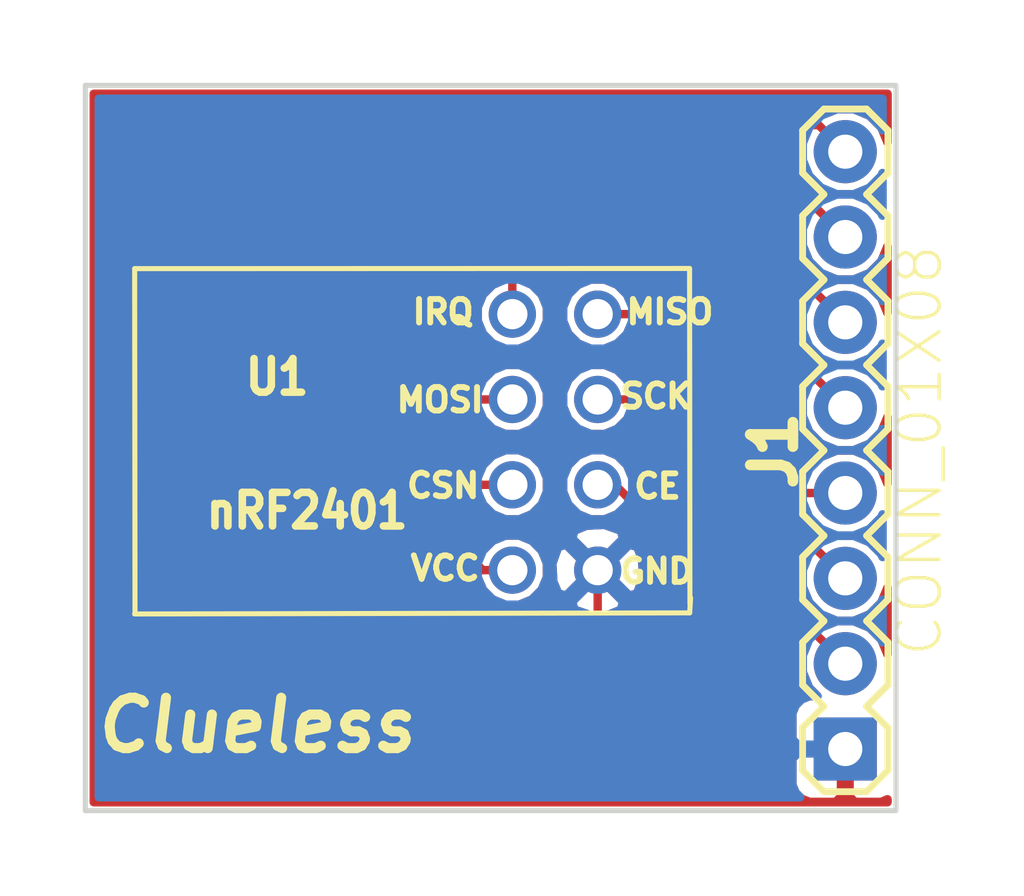
<source format=kicad_pcb>
(kicad_pcb (version 4) (host pcbnew 4.0.6)

  (general
    (links 8)
    (no_connects 0)
    (area 146.05 88.9 176.530001 115.570001)
    (thickness 1.6)
    (drawings 6)
    (tracks 40)
    (zones 0)
    (modules 2)
    (nets 9)
  )

  (page A4)
  (layers
    (0 F.Cu signal)
    (31 B.Cu signal)
    (32 B.Adhes user)
    (33 F.Adhes user)
    (34 B.Paste user)
    (35 F.Paste user)
    (36 B.SilkS user)
    (37 F.SilkS user)
    (38 B.Mask user)
    (39 F.Mask user)
    (40 Dwgs.User user)
    (41 Cmts.User user)
    (42 Eco1.User user)
    (43 Eco2.User user)
    (44 Edge.Cuts user)
    (45 Margin user)
    (46 B.CrtYd user)
    (47 F.CrtYd user)
    (48 B.Fab user)
    (49 F.Fab user)
  )

  (setup
    (last_trace_width 0.25)
    (trace_clearance 0.2)
    (zone_clearance 0.2)
    (zone_45_only no)
    (trace_min 0.2)
    (segment_width 0.2)
    (edge_width 0.15)
    (via_size 0.6)
    (via_drill 0.4)
    (via_min_size 0.4)
    (via_min_drill 0.3)
    (uvia_size 0.3)
    (uvia_drill 0.1)
    (uvias_allowed no)
    (uvia_min_size 0.2)
    (uvia_min_drill 0.1)
    (pcb_text_width 0.3)
    (pcb_text_size 1.5 1.5)
    (mod_edge_width 0.15)
    (mod_text_size 1 1)
    (mod_text_width 0.15)
    (pad_size 1.524 1.524)
    (pad_drill 0.762)
    (pad_to_mask_clearance 0.2)
    (aux_axis_origin 0 0)
    (visible_elements 7FFFFFFF)
    (pcbplotparams
      (layerselection 0x010f0_80000001)
      (usegerberextensions true)
      (excludeedgelayer true)
      (linewidth 0.100000)
      (plotframeref true)
      (viasonmask false)
      (mode 1)
      (useauxorigin false)
      (hpglpennumber 1)
      (hpglpenspeed 20)
      (hpglpendiameter 15)
      (hpglpenoverlay 2)
      (psnegative false)
      (psa4output false)
      (plotreference true)
      (plotvalue false)
      (plotinvisibletext false)
      (padsonsilk true)
      (subtractmaskfromsilk false)
      (outputformat 1)
      (mirror false)
      (drillshape 0)
      (scaleselection 1)
      (outputdirectory C:/Users/gseth_000/Desktop/nRF24/GerberFiles/))
  )

  (net 0 "")
  (net 1 "Net-(J1-Pad1)")
  (net 2 "Net-(J1-Pad2)")
  (net 3 "Net-(J1-Pad3)")
  (net 4 "Net-(J1-Pad4)")
  (net 5 "Net-(J1-Pad5)")
  (net 6 "Net-(J1-Pad6)")
  (net 7 "Net-(J1-Pad7)")
  (net 8 "Net-(J1-Pad8)")

  (net_class Default "This is the default net class."
    (clearance 0.2)
    (trace_width 0.25)
    (via_dia 0.6)
    (via_drill 0.4)
    (uvia_dia 0.3)
    (uvia_drill 0.1)
    (add_net "Net-(J1-Pad1)")
    (add_net "Net-(J1-Pad2)")
    (add_net "Net-(J1-Pad3)")
    (add_net "Net-(J1-Pad4)")
    (add_net "Net-(J1-Pad5)")
    (add_net "Net-(J1-Pad6)")
    (add_net "Net-(J1-Pad7)")
    (add_net "Net-(J1-Pad8)")
  )

  (module "nRF24 breakout board_IoT_Bootcamp:8-Pin Header_1X08" (layer F.Cu) (tedit 5944AAEB) (tstamp 59490C3F)
    (at 171.1 102.325 90)
    (path /5949033A)
    (attr virtual)
    (fp_text reference J1 (at 0.01 -2.02 90) (layer F.SilkS)
      (effects (font (size 1.27 1.27) (thickness 0.3175)))
    )
    (fp_text value CONN_01X08 (at 0.01 2.32 90) (layer F.SilkS)
      (effects (font (size 1.27 1.27) (thickness 0.1016)))
    )
    (fp_line (start 6.116 0.364) (end 6.624 0.364) (layer Dwgs.User) (width 0.06604))
    (fp_line (start 6.624 0.364) (end 6.624 -0.144) (layer Dwgs.User) (width 0.06604))
    (fp_line (start 6.116 -0.144) (end 6.624 -0.144) (layer Dwgs.User) (width 0.06604))
    (fp_line (start 6.116 0.364) (end 6.116 -0.144) (layer Dwgs.User) (width 0.06604))
    (fp_line (start 3.576 0.364) (end 4.084 0.364) (layer Dwgs.User) (width 0.06604))
    (fp_line (start 4.084 0.364) (end 4.084 -0.144) (layer Dwgs.User) (width 0.06604))
    (fp_line (start 3.576 -0.144) (end 4.084 -0.144) (layer Dwgs.User) (width 0.06604))
    (fp_line (start 3.576 0.364) (end 3.576 -0.144) (layer Dwgs.User) (width 0.06604))
    (fp_line (start 1.036 0.364) (end 1.544 0.364) (layer Dwgs.User) (width 0.06604))
    (fp_line (start 1.544 0.364) (end 1.544 -0.144) (layer Dwgs.User) (width 0.06604))
    (fp_line (start 1.036 -0.144) (end 1.544 -0.144) (layer Dwgs.User) (width 0.06604))
    (fp_line (start 1.036 0.364) (end 1.036 -0.144) (layer Dwgs.User) (width 0.06604))
    (fp_line (start -1.504 0.364) (end -0.996 0.364) (layer Dwgs.User) (width 0.06604))
    (fp_line (start -0.996 0.364) (end -0.996 -0.144) (layer Dwgs.User) (width 0.06604))
    (fp_line (start -1.504 -0.144) (end -0.996 -0.144) (layer Dwgs.User) (width 0.06604))
    (fp_line (start -1.504 0.364) (end -1.504 -0.144) (layer Dwgs.User) (width 0.06604))
    (fp_line (start -4.044 0.364) (end -3.536 0.364) (layer Dwgs.User) (width 0.06604))
    (fp_line (start -3.536 0.364) (end -3.536 -0.144) (layer Dwgs.User) (width 0.06604))
    (fp_line (start -4.044 -0.144) (end -3.536 -0.144) (layer Dwgs.User) (width 0.06604))
    (fp_line (start -4.044 0.364) (end -4.044 -0.144) (layer Dwgs.User) (width 0.06604))
    (fp_line (start -6.584 0.364) (end -6.076 0.364) (layer Dwgs.User) (width 0.06604))
    (fp_line (start -6.076 0.364) (end -6.076 -0.144) (layer Dwgs.User) (width 0.06604))
    (fp_line (start -6.584 -0.144) (end -6.076 -0.144) (layer Dwgs.User) (width 0.06604))
    (fp_line (start -6.584 0.364) (end -6.584 -0.144) (layer Dwgs.User) (width 0.06604))
    (fp_line (start -9.124 0.364) (end -8.616 0.364) (layer Dwgs.User) (width 0.06604))
    (fp_line (start -8.616 0.364) (end -8.616 -0.144) (layer Dwgs.User) (width 0.06604))
    (fp_line (start -9.124 -0.144) (end -8.616 -0.144) (layer Dwgs.User) (width 0.06604))
    (fp_line (start -9.124 0.364) (end -9.124 -0.144) (layer Dwgs.User) (width 0.06604))
    (fp_line (start 8.65346 0.364) (end 9.164 0.364) (layer Dwgs.User) (width 0.06604))
    (fp_line (start 9.164 0.364) (end 9.164 -0.144) (layer Dwgs.User) (width 0.06604))
    (fp_line (start 8.65346 -0.144) (end 9.164 -0.144) (layer Dwgs.User) (width 0.06604))
    (fp_line (start 8.65346 0.364) (end 8.65346 -0.144) (layer Dwgs.User) (width 0.06604))
    (fp_line (start 5.735 -1.16) (end 7.005 -1.16) (layer F.SilkS) (width 0.2032))
    (fp_line (start 7.005 -1.16) (end 7.64 -0.525) (layer F.SilkS) (width 0.2032))
    (fp_line (start 7.64 0.745) (end 7.005 1.38) (layer F.SilkS) (width 0.2032))
    (fp_line (start 2.56 -0.525) (end 3.195 -1.16) (layer F.SilkS) (width 0.2032))
    (fp_line (start 3.195 -1.16) (end 4.465 -1.16) (layer F.SilkS) (width 0.2032))
    (fp_line (start 4.465 -1.16) (end 5.1 -0.525) (layer F.SilkS) (width 0.2032))
    (fp_line (start 5.1 0.745) (end 4.465 1.38) (layer F.SilkS) (width 0.2032))
    (fp_line (start 4.465 1.38) (end 3.195 1.38) (layer F.SilkS) (width 0.2032))
    (fp_line (start 3.195 1.38) (end 2.56 0.745) (layer F.SilkS) (width 0.2032))
    (fp_line (start 5.735 -1.16) (end 5.1 -0.525) (layer F.SilkS) (width 0.2032))
    (fp_line (start 5.1 0.745) (end 5.735 1.38) (layer F.SilkS) (width 0.2032))
    (fp_line (start 7.005 1.38) (end 5.735 1.38) (layer F.SilkS) (width 0.2032))
    (fp_line (start -1.885 -1.16) (end -0.615 -1.16) (layer F.SilkS) (width 0.2032))
    (fp_line (start -0.615 -1.16) (end 0.02 -0.525) (layer F.SilkS) (width 0.2032))
    (fp_line (start 0.02 0.745) (end -0.615 1.38) (layer F.SilkS) (width 0.2032))
    (fp_line (start 0.02 -0.525) (end 0.655 -1.16) (layer F.SilkS) (width 0.2032))
    (fp_line (start 0.655 -1.16) (end 1.925 -1.16) (layer F.SilkS) (width 0.2032))
    (fp_line (start 1.925 -1.16) (end 2.56 -0.525) (layer F.SilkS) (width 0.2032))
    (fp_line (start 2.56 0.745) (end 1.925 1.38) (layer F.SilkS) (width 0.2032))
    (fp_line (start 1.925 1.38) (end 0.655 1.38) (layer F.SilkS) (width 0.2032))
    (fp_line (start 0.655 1.38) (end 0.02 0.745) (layer F.SilkS) (width 0.2032))
    (fp_line (start -5.06 -0.525) (end -4.425 -1.16) (layer F.SilkS) (width 0.2032))
    (fp_line (start -4.425 -1.16) (end -3.155 -1.16) (layer F.SilkS) (width 0.2032))
    (fp_line (start -3.155 -1.16) (end -2.52 -0.525) (layer F.SilkS) (width 0.2032))
    (fp_line (start -2.52 0.745) (end -3.155 1.38) (layer F.SilkS) (width 0.2032))
    (fp_line (start -3.155 1.38) (end -4.425 1.38) (layer F.SilkS) (width 0.2032))
    (fp_line (start -4.425 1.38) (end -5.06 0.745) (layer F.SilkS) (width 0.2032))
    (fp_line (start -1.885 -1.16) (end -2.52 -0.525) (layer F.SilkS) (width 0.2032))
    (fp_line (start -2.52 0.745) (end -1.885 1.38) (layer F.SilkS) (width 0.2032))
    (fp_line (start -0.615 1.38) (end -1.885 1.38) (layer F.SilkS) (width 0.2032))
    (fp_line (start -9.505 -1.16) (end -8.235 -1.16) (layer F.SilkS) (width 0.2032))
    (fp_line (start -8.235 -1.16) (end -7.6 -0.525) (layer F.SilkS) (width 0.2032))
    (fp_line (start -7.6 0.745) (end -8.235 1.38) (layer F.SilkS) (width 0.2032))
    (fp_line (start -7.6 -0.525) (end -6.965 -1.16) (layer F.SilkS) (width 0.2032))
    (fp_line (start -6.965 -1.16) (end -5.695 -1.16) (layer F.SilkS) (width 0.2032))
    (fp_line (start -5.695 -1.16) (end -5.06 -0.525) (layer F.SilkS) (width 0.2032))
    (fp_line (start -5.06 0.745) (end -5.695 1.38) (layer F.SilkS) (width 0.2032))
    (fp_line (start -5.695 1.38) (end -6.965 1.38) (layer F.SilkS) (width 0.2032))
    (fp_line (start -6.965 1.38) (end -7.6 0.745) (layer F.SilkS) (width 0.2032))
    (fp_line (start -10.14 -0.525) (end -10.14 0.745) (layer F.SilkS) (width 0.2032))
    (fp_line (start -9.505 -1.16) (end -10.14 -0.525) (layer F.SilkS) (width 0.2032))
    (fp_line (start -10.14 0.745) (end -9.505 1.38) (layer F.SilkS) (width 0.2032))
    (fp_line (start -8.235 1.38) (end -9.505 1.38) (layer F.SilkS) (width 0.2032))
    (fp_line (start 8.275 -1.16) (end 9.545 -1.16) (layer F.SilkS) (width 0.2032))
    (fp_line (start 9.545 -1.16) (end 10.18 -0.525) (layer F.SilkS) (width 0.2032))
    (fp_line (start 10.18 -0.525) (end 10.18 0.745) (layer F.SilkS) (width 0.2032))
    (fp_line (start 10.18 0.745) (end 9.545 1.38) (layer F.SilkS) (width 0.2032))
    (fp_line (start 8.275 -1.16) (end 7.64 -0.525) (layer F.SilkS) (width 0.2032))
    (fp_line (start 7.64 0.745) (end 8.275 1.38) (layer F.SilkS) (width 0.2032))
    (fp_line (start 9.545 1.38) (end 8.275 1.38) (layer F.SilkS) (width 0.2032))
    (pad 1 thru_hole rect (at -8.87 0.11 90) (size 1.8796 1.8796) (drill 1.016) (layers *.Cu *.Paste *.Mask)
      (net 1 "Net-(J1-Pad1)"))
    (pad 2 thru_hole circle (at -6.33 0.11 90) (size 1.8796 1.8796) (drill 1.016) (layers *.Cu *.Paste *.Mask)
      (net 2 "Net-(J1-Pad2)"))
    (pad 3 thru_hole circle (at -3.79 0.11 90) (size 1.8796 1.8796) (drill 1.016) (layers *.Cu *.Paste *.Mask)
      (net 3 "Net-(J1-Pad3)"))
    (pad 4 thru_hole circle (at -1.25 0.11 90) (size 1.8796 1.8796) (drill 1.016) (layers *.Cu *.Paste *.Mask)
      (net 4 "Net-(J1-Pad4)"))
    (pad 5 thru_hole circle (at 1.29 0.11 90) (size 1.8796 1.8796) (drill 1.016) (layers *.Cu *.Paste *.Mask)
      (net 5 "Net-(J1-Pad5)"))
    (pad 6 thru_hole circle (at 3.83 0.11 90) (size 1.8796 1.8796) (drill 1.016) (layers *.Cu *.Paste *.Mask)
      (net 6 "Net-(J1-Pad6)"))
    (pad 7 thru_hole circle (at 6.37 0.11 90) (size 1.8796 1.8796) (drill 1.016) (layers *.Cu *.Paste *.Mask)
      (net 7 "Net-(J1-Pad7)"))
    (pad 8 thru_hole circle (at 8.91 0.11 90) (size 1.8796 1.8796) (drill 1.016) (layers *.Cu *.Paste *.Mask)
      (net 8 "Net-(J1-Pad8)"))
  )

  (module "nRF24 breakout board_IoT_Bootcamp:NRF24 Module" (layer F.Cu) (tedit 59473A65) (tstamp 59490C4B)
    (at 149.7 102.225)
    (descr "Module with PCB aerial.Some dimensions should be measured - silkscreen is approximate, hole diameter unknown.")
    (path /594901C0)
    (fp_text reference U1 (at 4.5974 -2.10312) (layer F.SilkS)
      (effects (font (size 1 0.9) (thickness 0.225)))
    )
    (fp_text value nRF2401 (at 5.49148 1.8796) (layer F.SilkS)
      (effects (font (size 1 0.9) (thickness 0.225)))
    )
    (fp_text user VCC (at 9.6 3.59) (layer F.SilkS)
      (effects (font (size 0.7 0.7) (thickness 0.175)))
    )
    (fp_text user CSN (at 9.54 1.13) (layer F.SilkS)
      (effects (font (size 0.7 0.7) (thickness 0.175)))
    )
    (fp_text user MOSI (at 9.45 -1.42) (layer F.SilkS)
      (effects (font (size 0.7 0.7) (thickness 0.175)))
    )
    (fp_text user IRQ (at 9.54 -4.04) (layer F.SilkS)
      (effects (font (size 0.7 0.7) (thickness 0.175)))
    )
    (fp_text user MISO (at 16.29 -4.04) (layer F.SilkS)
      (effects (font (size 0.7 0.7) (thickness 0.175)))
    )
    (fp_text user SCK (at 15.87 -1.53) (layer F.SilkS)
      (effects (font (size 0.7 0.7) (thickness 0.175)))
    )
    (fp_text user CE (at 15.92 1.15) (layer F.SilkS)
      (effects (font (size 0.7 0.7) (thickness 0.175)))
    )
    (fp_text user GND (at 15.9 3.68) (layer F.SilkS)
      (effects (font (size 0.7 0.7) (thickness 0.175)))
    )
    (fp_line (start 16.8783 4.91744) (end 16.90624 4.4704) (layer F.SilkS) (width 0.15))
    (fp_line (start 0.3556 4.95046) (end 16.8783 4.91744) (layer F.SilkS) (width 0.15))
    (fp_line (start 16.87576 -5.334) (end 16.88592 4.65328) (layer F.SilkS) (width 0.15))
    (fp_line (start 0.35814 -5.32892) (end 16.87576 -5.334) (layer F.SilkS) (width 0.15))
    (fp_line (start 0.3683 4.94538) (end 0.35814 -5.32892) (layer F.SilkS) (width 0.15))
    (pad 0 thru_hole circle (at 14.140259 3.645701 90) (size 1.408 1.408) (drill 0.9) (layers *.Cu *.Mask)
      (net 1 "Net-(J1-Pad1)"))
    (pad 7 thru_hole circle (at 11.600259 3.645701 90) (size 1.408 1.408) (drill 0.9) (layers *.Cu *.Mask)
      (net 8 "Net-(J1-Pad8)"))
    (pad 1 thru_hole circle (at 14.140259 1.105701 90) (size 1.408 1.408) (drill 0.9) (layers *.Cu *.Mask)
      (net 2 "Net-(J1-Pad2)"))
    (pad 6 thru_hole circle (at 11.600259 1.105701 180) (size 1.408 1.408) (drill 0.9) (layers *.Cu *.Mask)
      (net 7 "Net-(J1-Pad7)"))
    (pad 2 thru_hole circle (at 14.140259 -1.434299 90) (size 1.408 1.408) (drill 0.9) (layers *.Cu *.Mask)
      (net 3 "Net-(J1-Pad3)"))
    (pad 5 thru_hole circle (at 11.600259 -1.434299 90) (size 1.408 1.408) (drill 0.9) (layers *.Cu *.Mask)
      (net 6 "Net-(J1-Pad6)"))
    (pad 3 thru_hole circle (at 14.140259 -3.974299 90) (size 1.408 1.408) (drill 0.9) (layers *.Cu *.Mask)
      (net 4 "Net-(J1-Pad4)"))
    (pad 4 thru_hole circle (at 11.600259 -3.974299 90) (size 1.408 1.408) (drill 0.9) (layers *.Cu *.Mask)
      (net 5 "Net-(J1-Pad5)"))
  )

  (gr_text "Made With Love At \nIoT Bootcamp'17~" (at 161.29 95.25) (layer B.Mask)
    (effects (font (size 1.246 1.246) (thickness 0.3)))
  )
  (gr_text Clueless (at 153.67 110.49) (layer F.SilkS)
    (effects (font (size 1.5 1.5) (thickness 0.3) italic))
  )
  (gr_line (start 148.59 113.03) (end 148.59 91.44) (angle 90) (layer Edge.Cuts) (width 0.15))
  (gr_line (start 172.72 113.03) (end 148.59 113.03) (angle 90) (layer Edge.Cuts) (width 0.15))
  (gr_line (start 172.72 91.44) (end 172.72 113.03) (angle 90) (layer Edge.Cuts) (width 0.15))
  (gr_line (start 148.59 91.44) (end 172.72 91.44) (angle 90) (layer Edge.Cuts) (width 0.15))

  (segment (start 163.840259 105.870701) (end 163.840259 108.965259) (width 0.25) (layer F.Cu) (net 1))
  (segment (start 163.840259 108.965259) (end 166.07 111.195) (width 0.25) (layer F.Cu) (net 1) (tstamp 59490DF5))
  (segment (start 166.07 111.195) (end 171.21 111.195) (width 0.25) (layer F.Cu) (net 1) (tstamp 59490DFD))
  (segment (start 163.840259 103.330701) (end 164.355701 103.330701) (width 0.25) (layer F.Cu) (net 2))
  (segment (start 164.355701 103.330701) (end 166.6 105.575) (width 0.25) (layer F.Cu) (net 2) (tstamp 59490E5B))
  (segment (start 166.6 105.575) (end 168.13 105.575) (width 0.25) (layer F.Cu) (net 2) (tstamp 59490E66))
  (segment (start 168.13 105.575) (end 171.21 108.655) (width 0.25) (layer F.Cu) (net 2) (tstamp 59490E77))
  (segment (start 163.840259 100.790701) (end 164.715701 100.790701) (width 0.25) (layer F.Cu) (net 3))
  (segment (start 164.715701 100.790701) (end 166.175 102.25) (width 0.25) (layer F.Cu) (net 3) (tstamp 59490EF5))
  (segment (start 166.175 102.25) (end 166.175 103.425) (width 0.25) (layer F.Cu) (net 3) (tstamp 59490F04))
  (segment (start 166.175 103.425) (end 166.5 103.75) (width 0.25) (layer F.Cu) (net 3) (tstamp 59490F0C))
  (segment (start 166.5 103.75) (end 168.845 103.75) (width 0.25) (layer F.Cu) (net 3) (tstamp 59490F11))
  (segment (start 168.845 103.75) (end 171.21 106.115) (width 0.25) (layer F.Cu) (net 3) (tstamp 59490F19))
  (segment (start 163.840259 98.250701) (end 165.500701 98.250701) (width 0.25) (layer F.Cu) (net 4))
  (segment (start 165.500701 98.250701) (end 169.025 101.775) (width 0.25) (layer F.Cu) (net 4) (tstamp 59490F24))
  (segment (start 169.025 101.775) (end 169.025 102.75) (width 0.25) (layer F.Cu) (net 4) (tstamp 59490F27))
  (segment (start 169.025 102.75) (end 169.85 103.575) (width 0.25) (layer F.Cu) (net 4) (tstamp 59490F2A))
  (segment (start 169.85 103.575) (end 171.21 103.575) (width 0.25) (layer F.Cu) (net 4) (tstamp 59490F2B))
  (segment (start 161.300259 98.250701) (end 161.300259 96.224741) (width 0.25) (layer F.Cu) (net 5))
  (segment (start 161.300259 96.224741) (end 162.175 95.35) (width 0.25) (layer F.Cu) (net 5) (tstamp 59490F4A))
  (segment (start 162.175 95.35) (end 165.525 95.35) (width 0.25) (layer F.Cu) (net 5) (tstamp 59490F4C))
  (segment (start 165.525 95.35) (end 171.21 101.035) (width 0.25) (layer F.Cu) (net 5) (tstamp 59490F4F))
  (segment (start 161.300259 100.790701) (end 158.765701 100.790701) (width 0.25) (layer F.Cu) (net 6))
  (segment (start 158.765701 100.790701) (end 158.375 100.4) (width 0.25) (layer F.Cu) (net 6) (tstamp 59490F58))
  (segment (start 158.375 100.4) (end 158.375 95.225) (width 0.25) (layer F.Cu) (net 6) (tstamp 59490F5D))
  (segment (start 158.375 95.225) (end 159 94.6) (width 0.25) (layer F.Cu) (net 6) (tstamp 59490F60))
  (segment (start 159 94.6) (end 167.315 94.6) (width 0.25) (layer F.Cu) (net 6) (tstamp 59490F62))
  (segment (start 167.315 94.6) (end 171.21 98.495) (width 0.25) (layer F.Cu) (net 6) (tstamp 59490F64))
  (segment (start 161.300259 103.330701) (end 159.330701 103.330701) (width 0.25) (layer F.Cu) (net 7))
  (segment (start 159.330701 103.330701) (end 157.45 101.45) (width 0.25) (layer F.Cu) (net 7) (tstamp 59490F70))
  (segment (start 157.45 101.45) (end 157.45 94.725) (width 0.25) (layer F.Cu) (net 7) (tstamp 59490F75))
  (segment (start 157.45 94.725) (end 158.5 93.675) (width 0.25) (layer F.Cu) (net 7) (tstamp 59490F77))
  (segment (start 158.5 93.675) (end 168.93 93.675) (width 0.25) (layer F.Cu) (net 7) (tstamp 59490F78))
  (segment (start 168.93 93.675) (end 171.21 95.955) (width 0.25) (layer F.Cu) (net 7) (tstamp 59490F7E))
  (segment (start 170.42 92.625) (end 171.21 93.415) (width 0.25) (layer F.Cu) (net 8) (tstamp 59490FA1))
  (segment (start 158.425 92.625) (end 170.42 92.625) (width 0.25) (layer F.Cu) (net 8) (tstamp 59490F9A))
  (segment (start 156.375 94.675) (end 158.425 92.625) (width 0.25) (layer F.Cu) (net 8) (tstamp 59490F98))
  (segment (start 156.375 101.825) (end 156.375 94.675) (width 0.25) (layer F.Cu) (net 8) (tstamp 59490F94))
  (segment (start 160.420701 105.870701) (end 156.375 101.825) (width 0.25) (layer F.Cu) (net 8) (tstamp 59490F91))
  (segment (start 161.300259 105.870701) (end 160.420701 105.870701) (width 0.25) (layer F.Cu) (net 8))

  (zone (net 1) (net_name "Net-(J1-Pad1)") (layer F.Cu) (tstamp 5949EEE5) (hatch edge 0.508)
    (connect_pads (clearance 0.05))
    (min_thickness 0.254)
    (fill yes (arc_segments 16) (thermal_gap 0.508) (thermal_bridge_width 0.508))
    (polygon
      (pts
        (xy 175.26 114.3) (xy 147.32 114.3) (xy 147.32 90.17) (xy 175.26 90.17)
      )
    )
    (filled_polygon
      (pts
        (xy 172.468 93.142295) (xy 172.284567 92.698353) (xy 171.928521 92.341686) (xy 171.463088 92.14842) (xy 170.959123 92.147981)
        (xy 170.677925 92.26417) (xy 170.592973 92.207406) (xy 170.42 92.173) (xy 158.425 92.173) (xy 158.252027 92.207406)
        (xy 158.105388 92.305388) (xy 156.055388 94.355388) (xy 155.957406 94.502027) (xy 155.923 94.675) (xy 155.923 101.825)
        (xy 155.957406 101.997973) (xy 156.055388 102.144612) (xy 160.101089 106.190313) (xy 160.247728 106.288295) (xy 160.367071 106.312033)
        (xy 160.42571 106.453952) (xy 160.715482 106.74423) (xy 161.094281 106.901521) (xy 161.504438 106.901879) (xy 161.729522 106.808876)
        (xy 163.081689 106.808876) (xy 163.14402 107.045057) (xy 163.646425 107.222103) (xy 164.178338 107.193411) (xy 164.536498 107.045057)
        (xy 164.598829 106.808876) (xy 163.840259 106.050306) (xy 163.081689 106.808876) (xy 161.729522 106.808876) (xy 161.88351 106.74525)
        (xy 162.173788 106.455478) (xy 162.331079 106.076679) (xy 162.331427 105.676867) (xy 162.488857 105.676867) (xy 162.517549 106.20878)
        (xy 162.665903 106.56694) (xy 162.902084 106.629271) (xy 163.660654 105.870701) (xy 164.019864 105.870701) (xy 164.778434 106.629271)
        (xy 165.014615 106.56694) (xy 165.191661 106.064535) (xy 165.162969 105.532622) (xy 165.014615 105.174462) (xy 164.778434 105.112131)
        (xy 164.019864 105.870701) (xy 163.660654 105.870701) (xy 162.902084 105.112131) (xy 162.665903 105.174462) (xy 162.488857 105.676867)
        (xy 162.331427 105.676867) (xy 162.331437 105.666522) (xy 162.174808 105.28745) (xy 161.885036 104.997172) (xy 161.729352 104.932526)
        (xy 163.081689 104.932526) (xy 163.840259 105.691096) (xy 164.598829 104.932526) (xy 164.536498 104.696345) (xy 164.034093 104.519299)
        (xy 163.50218 104.547991) (xy 163.14402 104.696345) (xy 163.081689 104.932526) (xy 161.729352 104.932526) (xy 161.506237 104.839881)
        (xy 161.09608 104.839523) (xy 160.717008 104.996152) (xy 160.45096 105.261736) (xy 156.827 101.637776) (xy 156.827 94.862224)
        (xy 157.006387 94.682837) (xy 156.998 94.725) (xy 156.998 101.45) (xy 157.032406 101.622973) (xy 157.130388 101.769612)
        (xy 159.011089 103.650313) (xy 159.157728 103.748295) (xy 159.330701 103.782701) (xy 160.371478 103.782701) (xy 160.42571 103.913952)
        (xy 160.715482 104.20423) (xy 161.094281 104.361521) (xy 161.504438 104.361879) (xy 161.88351 104.20525) (xy 162.173788 103.915478)
        (xy 162.331079 103.536679) (xy 162.331437 103.126522) (xy 162.174808 102.74745) (xy 161.885036 102.457172) (xy 161.506237 102.299881)
        (xy 161.09608 102.299523) (xy 160.717008 102.456152) (xy 160.42673 102.745924) (xy 160.371596 102.878701) (xy 159.517925 102.878701)
        (xy 157.902 101.262776) (xy 157.902 94.912224) (xy 158.687224 94.127) (xy 168.742776 94.127) (xy 170.053232 95.437456)
        (xy 169.94342 95.701912) (xy 169.942981 96.205877) (xy 170.135433 96.671647) (xy 170.491479 97.028314) (xy 170.956912 97.22158)
        (xy 171.460877 97.222019) (xy 171.926647 97.029567) (xy 172.283314 96.673521) (xy 172.468 96.228751) (xy 172.468 98.222295)
        (xy 172.284567 97.778353) (xy 171.928521 97.421686) (xy 171.463088 97.22842) (xy 170.959123 97.227981) (xy 170.692409 97.338185)
        (xy 167.634612 94.280388) (xy 167.487973 94.182406) (xy 167.315 94.148) (xy 159 94.148) (xy 158.855724 94.176698)
        (xy 158.827026 94.182406) (xy 158.680387 94.280388) (xy 158.055388 94.905388) (xy 157.957406 95.052027) (xy 157.923 95.225)
        (xy 157.923 100.4) (xy 157.957406 100.572973) (xy 158.055388 100.719612) (xy 158.446089 101.110314) (xy 158.592728 101.208295)
        (xy 158.765701 101.242701) (xy 160.371478 101.242701) (xy 160.42571 101.373952) (xy 160.715482 101.66423) (xy 161.094281 101.821521)
        (xy 161.504438 101.821879) (xy 161.88351 101.66525) (xy 162.173788 101.375478) (xy 162.331079 100.996679) (xy 162.331437 100.586522)
        (xy 162.174808 100.20745) (xy 161.885036 99.917172) (xy 161.506237 99.759881) (xy 161.09608 99.759523) (xy 160.717008 99.916152)
        (xy 160.42673 100.205924) (xy 160.371596 100.338701) (xy 158.952926 100.338701) (xy 158.827 100.212776) (xy 158.827 95.412224)
        (xy 159.187225 95.052) (xy 161.833775 95.052) (xy 160.980647 95.905129) (xy 160.882665 96.051768) (xy 160.848259 96.224741)
        (xy 160.848259 97.32192) (xy 160.717008 97.376152) (xy 160.42673 97.665924) (xy 160.269439 98.044723) (xy 160.269081 98.45488)
        (xy 160.42571 98.833952) (xy 160.715482 99.12423) (xy 161.094281 99.281521) (xy 161.504438 99.281879) (xy 161.88351 99.12525)
        (xy 162.173788 98.835478) (xy 162.331079 98.456679) (xy 162.331437 98.046522) (xy 162.174808 97.66745) (xy 161.885036 97.377172)
        (xy 161.752259 97.322038) (xy 161.752259 96.411965) (xy 162.362225 95.802) (xy 165.337776 95.802) (xy 170.053232 100.517456)
        (xy 169.94342 100.781912) (xy 169.942981 101.285877) (xy 170.135433 101.751647) (xy 170.491479 102.108314) (xy 170.956912 102.30158)
        (xy 171.460877 102.302019) (xy 171.926647 102.109567) (xy 172.283314 101.753521) (xy 172.468 101.308751) (xy 172.468 103.302295)
        (xy 172.284567 102.858353) (xy 171.928521 102.501686) (xy 171.463088 102.30842) (xy 170.959123 102.307981) (xy 170.493353 102.500433)
        (xy 170.136686 102.856479) (xy 170.029305 103.115081) (xy 169.477 102.562776) (xy 169.477 101.775) (xy 169.442594 101.602027)
        (xy 169.344612 101.455387) (xy 165.820313 97.931089) (xy 165.673674 97.833107) (xy 165.500701 97.798701) (xy 164.76904 97.798701)
        (xy 164.714808 97.66745) (xy 164.425036 97.377172) (xy 164.046237 97.219881) (xy 163.63608 97.219523) (xy 163.257008 97.376152)
        (xy 162.96673 97.665924) (xy 162.809439 98.044723) (xy 162.809081 98.45488) (xy 162.96571 98.833952) (xy 163.255482 99.12423)
        (xy 163.634281 99.281521) (xy 164.044438 99.281879) (xy 164.42351 99.12525) (xy 164.713788 98.835478) (xy 164.768922 98.702701)
        (xy 165.313477 98.702701) (xy 168.573 101.962225) (xy 168.573 102.75) (xy 168.607406 102.922973) (xy 168.705388 103.069612)
        (xy 168.955819 103.320043) (xy 168.845 103.298) (xy 166.687225 103.298) (xy 166.627 103.237776) (xy 166.627 102.25)
        (xy 166.592594 102.077027) (xy 166.494612 101.930387) (xy 165.035313 100.471089) (xy 164.888674 100.373107) (xy 164.773816 100.350261)
        (xy 164.714808 100.20745) (xy 164.425036 99.917172) (xy 164.046237 99.759881) (xy 163.63608 99.759523) (xy 163.257008 99.916152)
        (xy 162.96673 100.205924) (xy 162.809439 100.584723) (xy 162.809081 100.99488) (xy 162.96571 101.373952) (xy 163.255482 101.66423)
        (xy 163.634281 101.821521) (xy 164.044438 101.821879) (xy 164.42351 101.66525) (xy 164.687498 101.401722) (xy 165.723 102.437225)
        (xy 165.723 103.425) (xy 165.757406 103.597973) (xy 165.855388 103.744612) (xy 166.180387 104.069612) (xy 166.327027 104.167594)
        (xy 166.5 104.202) (xy 168.657776 104.202) (xy 170.053232 105.597456) (xy 169.94342 105.861912) (xy 169.942981 106.365877)
        (xy 170.135433 106.831647) (xy 170.491479 107.188314) (xy 170.956912 107.38158) (xy 171.460877 107.382019) (xy 171.926647 107.189567)
        (xy 172.283314 106.833521) (xy 172.468 106.388751) (xy 172.468 108.382295) (xy 172.284567 107.938353) (xy 171.928521 107.581686)
        (xy 171.463088 107.38842) (xy 170.959123 107.387981) (xy 170.692409 107.498185) (xy 168.449612 105.255388) (xy 168.302973 105.157406)
        (xy 168.13 105.123) (xy 166.787224 105.123) (xy 164.871367 103.207143) (xy 164.871437 103.126522) (xy 164.714808 102.74745)
        (xy 164.425036 102.457172) (xy 164.046237 102.299881) (xy 163.63608 102.299523) (xy 163.257008 102.456152) (xy 162.96673 102.745924)
        (xy 162.809439 103.124723) (xy 162.809081 103.53488) (xy 162.96571 103.913952) (xy 163.255482 104.20423) (xy 163.634281 104.361521)
        (xy 164.044438 104.361879) (xy 164.42351 104.20525) (xy 164.507341 104.121565) (xy 166.280388 105.894612) (xy 166.427027 105.992594)
        (xy 166.6 106.027) (xy 167.942776 106.027) (xy 170.053232 108.137456) (xy 169.94342 108.401912) (xy 169.942981 108.905877)
        (xy 170.135433 109.371647) (xy 170.383553 109.6202) (xy 170.14389 109.6202) (xy 169.910501 109.716873) (xy 169.731873 109.895502)
        (xy 169.6352 110.128891) (xy 169.6352 110.90925) (xy 169.79395 111.068) (xy 171.083 111.068) (xy 171.083 111.048)
        (xy 171.337 111.048) (xy 171.337 111.068) (xy 171.357 111.068) (xy 171.357 111.322) (xy 171.337 111.322)
        (xy 171.337 112.61105) (xy 171.49575 112.7698) (xy 172.27611 112.7698) (xy 172.468 112.690316) (xy 172.468 112.778)
        (xy 148.842 112.778) (xy 148.842 111.48075) (xy 169.6352 111.48075) (xy 169.6352 112.261109) (xy 169.731873 112.494498)
        (xy 169.910501 112.673127) (xy 170.14389 112.7698) (xy 170.92425 112.7698) (xy 171.083 112.61105) (xy 171.083 111.322)
        (xy 169.79395 111.322) (xy 169.6352 111.48075) (xy 148.842 111.48075) (xy 148.842 91.692) (xy 172.468 91.692)
      )
    )
  )
  (zone (net 1) (net_name "Net-(J1-Pad1)") (layer B.Cu) (tstamp 5949F0F8) (hatch edge 0.508)
    (connect_pads (clearance 0.2))
    (min_thickness 0.254)
    (fill yes (arc_segments 16) (thermal_gap 0.508) (thermal_bridge_width 0.508))
    (polygon
      (pts
        (xy 176.53 115.57) (xy 146.05 115.57) (xy 146.05 88.9) (xy 176.53 88.9)
      )
    )
    (filled_polygon
      (pts
        (xy 172.318 92.779267) (xy 172.284567 92.698353) (xy 171.928521 92.341686) (xy 171.463088 92.14842) (xy 170.959123 92.147981)
        (xy 170.493353 92.340433) (xy 170.136686 92.696479) (xy 169.94342 93.161912) (xy 169.942981 93.665877) (xy 170.135433 94.131647)
        (xy 170.491479 94.488314) (xy 170.956912 94.68158) (xy 171.460877 94.682019) (xy 171.926647 94.489567) (xy 172.283314 94.133521)
        (xy 172.318 94.049988) (xy 172.318 95.319267) (xy 172.284567 95.238353) (xy 171.928521 94.881686) (xy 171.463088 94.68842)
        (xy 170.959123 94.687981) (xy 170.493353 94.880433) (xy 170.136686 95.236479) (xy 169.94342 95.701912) (xy 169.942981 96.205877)
        (xy 170.135433 96.671647) (xy 170.491479 97.028314) (xy 170.956912 97.22158) (xy 171.460877 97.222019) (xy 171.926647 97.029567)
        (xy 172.283314 96.673521) (xy 172.318 96.589988) (xy 172.318 97.859267) (xy 172.284567 97.778353) (xy 171.928521 97.421686)
        (xy 171.463088 97.22842) (xy 170.959123 97.227981) (xy 170.493353 97.420433) (xy 170.136686 97.776479) (xy 169.94342 98.241912)
        (xy 169.942981 98.745877) (xy 170.135433 99.211647) (xy 170.491479 99.568314) (xy 170.956912 99.76158) (xy 171.460877 99.762019)
        (xy 171.926647 99.569567) (xy 172.283314 99.213521) (xy 172.318 99.129988) (xy 172.318 100.399267) (xy 172.284567 100.318353)
        (xy 171.928521 99.961686) (xy 171.463088 99.76842) (xy 170.959123 99.767981) (xy 170.493353 99.960433) (xy 170.136686 100.316479)
        (xy 169.94342 100.781912) (xy 169.942981 101.285877) (xy 170.135433 101.751647) (xy 170.491479 102.108314) (xy 170.956912 102.30158)
        (xy 171.460877 102.302019) (xy 171.926647 102.109567) (xy 172.283314 101.753521) (xy 172.318 101.669988) (xy 172.318 102.939267)
        (xy 172.284567 102.858353) (xy 171.928521 102.501686) (xy 171.463088 102.30842) (xy 170.959123 102.307981) (xy 170.493353 102.500433)
        (xy 170.136686 102.856479) (xy 169.94342 103.321912) (xy 169.942981 103.825877) (xy 170.135433 104.291647) (xy 170.491479 104.648314)
        (xy 170.956912 104.84158) (xy 171.460877 104.842019) (xy 171.926647 104.649567) (xy 172.283314 104.293521) (xy 172.318 104.209988)
        (xy 172.318 105.479267) (xy 172.284567 105.398353) (xy 171.928521 105.041686) (xy 171.463088 104.84842) (xy 170.959123 104.847981)
        (xy 170.493353 105.040433) (xy 170.136686 105.396479) (xy 169.94342 105.861912) (xy 169.942981 106.365877) (xy 170.135433 106.831647)
        (xy 170.491479 107.188314) (xy 170.956912 107.38158) (xy 171.460877 107.382019) (xy 171.926647 107.189567) (xy 172.283314 106.833521)
        (xy 172.318 106.749988) (xy 172.318 108.019267) (xy 172.284567 107.938353) (xy 171.928521 107.581686) (xy 171.463088 107.38842)
        (xy 170.959123 107.387981) (xy 170.493353 107.580433) (xy 170.136686 107.936479) (xy 169.94342 108.401912) (xy 169.942981 108.905877)
        (xy 170.135433 109.371647) (xy 170.383553 109.6202) (xy 170.14389 109.6202) (xy 169.910501 109.716873) (xy 169.731873 109.895502)
        (xy 169.6352 110.128891) (xy 169.6352 110.90925) (xy 169.79395 111.068) (xy 171.083 111.068) (xy 171.083 111.048)
        (xy 171.337 111.048) (xy 171.337 111.068) (xy 171.357 111.068) (xy 171.357 111.322) (xy 171.337 111.322)
        (xy 171.337 111.342) (xy 171.083 111.342) (xy 171.083 111.322) (xy 169.79395 111.322) (xy 169.6352 111.48075)
        (xy 169.6352 112.261109) (xy 169.731873 112.494498) (xy 169.865374 112.628) (xy 148.992 112.628) (xy 148.992 106.07488)
        (xy 160.269081 106.07488) (xy 160.42571 106.453952) (xy 160.715482 106.74423) (xy 161.094281 106.901521) (xy 161.504438 106.901879)
        (xy 161.729522 106.808876) (xy 163.081689 106.808876) (xy 163.14402 107.045057) (xy 163.646425 107.222103) (xy 164.178338 107.193411)
        (xy 164.536498 107.045057) (xy 164.598829 106.808876) (xy 163.840259 106.050306) (xy 163.081689 106.808876) (xy 161.729522 106.808876)
        (xy 161.88351 106.74525) (xy 162.173788 106.455478) (xy 162.331079 106.076679) (xy 162.331427 105.676867) (xy 162.488857 105.676867)
        (xy 162.517549 106.20878) (xy 162.665903 106.56694) (xy 162.902084 106.629271) (xy 163.660654 105.870701) (xy 164.019864 105.870701)
        (xy 164.778434 106.629271) (xy 165.014615 106.56694) (xy 165.191661 106.064535) (xy 165.162969 105.532622) (xy 165.014615 105.174462)
        (xy 164.778434 105.112131) (xy 164.019864 105.870701) (xy 163.660654 105.870701) (xy 162.902084 105.112131) (xy 162.665903 105.174462)
        (xy 162.488857 105.676867) (xy 162.331427 105.676867) (xy 162.331437 105.666522) (xy 162.174808 105.28745) (xy 161.885036 104.997172)
        (xy 161.729352 104.932526) (xy 163.081689 104.932526) (xy 163.840259 105.691096) (xy 164.598829 104.932526) (xy 164.536498 104.696345)
        (xy 164.034093 104.519299) (xy 163.50218 104.547991) (xy 163.14402 104.696345) (xy 163.081689 104.932526) (xy 161.729352 104.932526)
        (xy 161.506237 104.839881) (xy 161.09608 104.839523) (xy 160.717008 104.996152) (xy 160.42673 105.285924) (xy 160.269439 105.664723)
        (xy 160.269081 106.07488) (xy 148.992 106.07488) (xy 148.992 103.53488) (xy 160.269081 103.53488) (xy 160.42571 103.913952)
        (xy 160.715482 104.20423) (xy 161.094281 104.361521) (xy 161.504438 104.361879) (xy 161.88351 104.20525) (xy 162.173788 103.915478)
        (xy 162.331079 103.536679) (xy 162.33108 103.53488) (xy 162.809081 103.53488) (xy 162.96571 103.913952) (xy 163.255482 104.20423)
        (xy 163.634281 104.361521) (xy 164.044438 104.361879) (xy 164.42351 104.20525) (xy 164.713788 103.915478) (xy 164.871079 103.536679)
        (xy 164.871437 103.126522) (xy 164.714808 102.74745) (xy 164.425036 102.457172) (xy 164.046237 102.299881) (xy 163.63608 102.299523)
        (xy 163.257008 102.456152) (xy 162.96673 102.745924) (xy 162.809439 103.124723) (xy 162.809081 103.53488) (xy 162.33108 103.53488)
        (xy 162.331437 103.126522) (xy 162.174808 102.74745) (xy 161.885036 102.457172) (xy 161.506237 102.299881) (xy 161.09608 102.299523)
        (xy 160.717008 102.456152) (xy 160.42673 102.745924) (xy 160.269439 103.124723) (xy 160.269081 103.53488) (xy 148.992 103.53488)
        (xy 148.992 100.99488) (xy 160.269081 100.99488) (xy 160.42571 101.373952) (xy 160.715482 101.66423) (xy 161.094281 101.821521)
        (xy 161.504438 101.821879) (xy 161.88351 101.66525) (xy 162.173788 101.375478) (xy 162.331079 100.996679) (xy 162.33108 100.99488)
        (xy 162.809081 100.99488) (xy 162.96571 101.373952) (xy 163.255482 101.66423) (xy 163.634281 101.821521) (xy 164.044438 101.821879)
        (xy 164.42351 101.66525) (xy 164.713788 101.375478) (xy 164.871079 100.996679) (xy 164.871437 100.586522) (xy 164.714808 100.20745)
        (xy 164.425036 99.917172) (xy 164.046237 99.759881) (xy 163.63608 99.759523) (xy 163.257008 99.916152) (xy 162.96673 100.205924)
        (xy 162.809439 100.584723) (xy 162.809081 100.99488) (xy 162.33108 100.99488) (xy 162.331437 100.586522) (xy 162.174808 100.20745)
        (xy 161.885036 99.917172) (xy 161.506237 99.759881) (xy 161.09608 99.759523) (xy 160.717008 99.916152) (xy 160.42673 100.205924)
        (xy 160.269439 100.584723) (xy 160.269081 100.99488) (xy 148.992 100.99488) (xy 148.992 98.45488) (xy 160.269081 98.45488)
        (xy 160.42571 98.833952) (xy 160.715482 99.12423) (xy 161.094281 99.281521) (xy 161.504438 99.281879) (xy 161.88351 99.12525)
        (xy 162.173788 98.835478) (xy 162.331079 98.456679) (xy 162.33108 98.45488) (xy 162.809081 98.45488) (xy 162.96571 98.833952)
        (xy 163.255482 99.12423) (xy 163.634281 99.281521) (xy 164.044438 99.281879) (xy 164.42351 99.12525) (xy 164.713788 98.835478)
        (xy 164.871079 98.456679) (xy 164.871437 98.046522) (xy 164.714808 97.66745) (xy 164.425036 97.377172) (xy 164.046237 97.219881)
        (xy 163.63608 97.219523) (xy 163.257008 97.376152) (xy 162.96673 97.665924) (xy 162.809439 98.044723) (xy 162.809081 98.45488)
        (xy 162.33108 98.45488) (xy 162.331437 98.046522) (xy 162.174808 97.66745) (xy 161.885036 97.377172) (xy 161.506237 97.219881)
        (xy 161.09608 97.219523) (xy 160.717008 97.376152) (xy 160.42673 97.665924) (xy 160.269439 98.044723) (xy 160.269081 98.45488)
        (xy 148.992 98.45488) (xy 148.992 91.842) (xy 172.318 91.842)
      )
    )
  )
)

</source>
